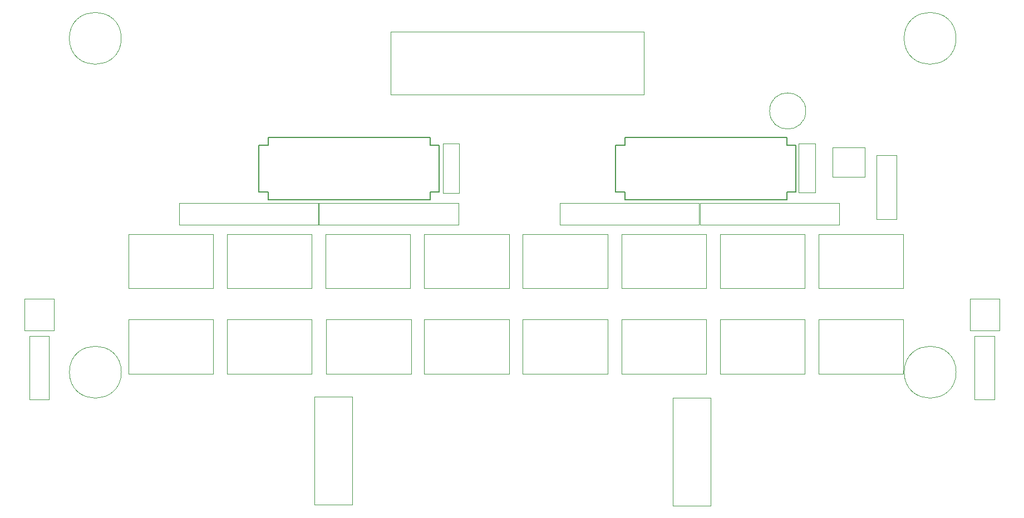
<source format=gbr>
G04 #@! TF.GenerationSoftware,KiCad,Pcbnew,(6.0.5)*
G04 #@! TF.CreationDate,2022-06-02T22:02:39-04:00*
G04 #@! TF.ProjectId,PB_16,50425f31-362e-46b6-9963-61645f706362,v1*
G04 #@! TF.SameCoordinates,Original*
G04 #@! TF.FileFunction,Other,User*
%FSLAX46Y46*%
G04 Gerber Fmt 4.6, Leading zero omitted, Abs format (unit mm)*
G04 Created by KiCad (PCBNEW (6.0.5)) date 2022-06-02 22:02:39*
%MOMM*%
%LPD*%
G01*
G04 APERTURE LIST*
%ADD10C,0.050000*%
%ADD11C,0.152400*%
G04 APERTURE END LIST*
D10*
X188132400Y-98055100D02*
X188132400Y-105555100D01*
X188132400Y-105555100D02*
X190632400Y-105555100D01*
X190632400Y-98055100D02*
X188132400Y-98055100D01*
X190632400Y-105555100D02*
X190632400Y-98055100D01*
X99050000Y-133100000D02*
X99050000Y-124850000D01*
X86150000Y-133100000D02*
X99050000Y-133100000D01*
X99050000Y-124850000D02*
X86150000Y-124850000D01*
X86150000Y-124850000D02*
X86150000Y-133100000D01*
X129050000Y-111850000D02*
X116150000Y-111850000D01*
X116150000Y-120100000D02*
X129050000Y-120100000D01*
X116150000Y-111850000D02*
X116150000Y-120100000D01*
X129050000Y-120100000D02*
X129050000Y-111850000D01*
X129164342Y-133100000D02*
X129164342Y-124850000D01*
X116264342Y-133100000D02*
X129164342Y-133100000D01*
X116264342Y-124850000D02*
X116264342Y-133100000D01*
X129164342Y-124850000D02*
X116264342Y-124850000D01*
X144050000Y-111850000D02*
X131150000Y-111850000D01*
X144050000Y-120100000D02*
X144050000Y-111850000D01*
X131150000Y-111850000D02*
X131150000Y-120100000D01*
X131150000Y-120100000D02*
X144050000Y-120100000D01*
X144050000Y-133100000D02*
X144050000Y-124850000D01*
X131150000Y-133100000D02*
X144050000Y-133100000D01*
X131150000Y-124850000D02*
X131150000Y-133100000D01*
X144050000Y-124850000D02*
X131150000Y-124850000D01*
X159050000Y-111850000D02*
X146150000Y-111850000D01*
X146150000Y-111850000D02*
X146150000Y-120100000D01*
X146150000Y-120100000D02*
X159050000Y-120100000D01*
X159050000Y-120100000D02*
X159050000Y-111850000D01*
X146150000Y-124850000D02*
X146150000Y-133100000D01*
X146150000Y-133100000D02*
X159050000Y-133100000D01*
X159050000Y-133100000D02*
X159050000Y-124850000D01*
X159050000Y-124850000D02*
X146150000Y-124850000D01*
X161150000Y-111850000D02*
X161150000Y-120100000D01*
X174050000Y-111850000D02*
X161150000Y-111850000D01*
X174050000Y-120100000D02*
X174050000Y-111850000D01*
X161150000Y-120100000D02*
X174050000Y-120100000D01*
X161150000Y-133100000D02*
X174050000Y-133100000D01*
X174050000Y-133100000D02*
X174050000Y-124850000D01*
X161150000Y-124850000D02*
X161150000Y-133100000D01*
X174050000Y-124850000D02*
X161150000Y-124850000D01*
X176150000Y-120100000D02*
X189050000Y-120100000D01*
X176150000Y-111850000D02*
X176150000Y-120100000D01*
X189050000Y-111850000D02*
X176150000Y-111850000D01*
X189050000Y-120100000D02*
X189050000Y-111850000D01*
X176150000Y-124850000D02*
X176150000Y-133100000D01*
X189050000Y-133100000D02*
X189050000Y-124850000D01*
X189050000Y-124850000D02*
X176150000Y-124850000D01*
X176150000Y-133100000D02*
X189050000Y-133100000D01*
X204050000Y-111850000D02*
X191150000Y-111850000D01*
X191150000Y-120100000D02*
X204050000Y-120100000D01*
X204050000Y-120100000D02*
X204050000Y-111850000D01*
X191150000Y-111850000D02*
X191150000Y-120100000D01*
X204050000Y-133100000D02*
X204050000Y-124850000D01*
X191150000Y-124850000D02*
X191150000Y-133100000D01*
X191150000Y-133100000D02*
X204050000Y-133100000D01*
X204050000Y-124850000D02*
X191150000Y-124850000D01*
D11*
X161660900Y-98322600D02*
X160276600Y-98322600D01*
X161660900Y-106590300D02*
X186324300Y-106590300D01*
X186324300Y-105434600D02*
X187708600Y-105434600D01*
X161660900Y-97166900D02*
X161660900Y-98322600D01*
X187708600Y-98322600D02*
X186324300Y-98322600D01*
X160276600Y-98322600D02*
X160276600Y-105434600D01*
X161660900Y-105434600D02*
X161660900Y-106590300D01*
X187708600Y-105434600D02*
X187708600Y-98322600D01*
X160276600Y-105434600D02*
X161660900Y-105434600D01*
X186324300Y-106590300D02*
X186324300Y-105434600D01*
X186324300Y-97166900D02*
X161660900Y-97166900D01*
X186324300Y-98322600D02*
X186324300Y-97166900D01*
D10*
X174697600Y-153155000D02*
X174697600Y-136755000D01*
X168997600Y-153155000D02*
X174697600Y-153155000D01*
X168997600Y-136755000D02*
X168997600Y-153155000D01*
X174697600Y-136755000D02*
X168997600Y-136755000D01*
X133992300Y-98080500D02*
X133992300Y-105580500D01*
X133992300Y-105580500D02*
X136492300Y-105580500D01*
X136492300Y-105580500D02*
X136492300Y-98080500D01*
X136492300Y-98080500D02*
X133992300Y-98080500D01*
X93861500Y-110463600D02*
X115061500Y-110463600D01*
X115061500Y-110463600D02*
X115061500Y-107163600D01*
X93861500Y-107163600D02*
X93861500Y-110463600D01*
X115061500Y-107163600D02*
X93861500Y-107163600D01*
X172986200Y-110463600D02*
X172986200Y-107163600D01*
X151786200Y-107163600D02*
X151786200Y-110463600D01*
X172986200Y-107163600D02*
X151786200Y-107163600D01*
X151786200Y-110463600D02*
X172986200Y-110463600D01*
X194312600Y-107163600D02*
X173112600Y-107163600D01*
X173112600Y-107163600D02*
X173112600Y-110463600D01*
X173112600Y-110463600D02*
X194312600Y-110463600D01*
X194312600Y-110463600D02*
X194312600Y-107163600D01*
X115152700Y-107163600D02*
X115152700Y-110463600D01*
X136352700Y-110463600D02*
X136352700Y-107163600D01*
X136352700Y-107163600D02*
X115152700Y-107163600D01*
X115152700Y-110463600D02*
X136352700Y-110463600D01*
X99050000Y-120100000D02*
X99050000Y-111850000D01*
X99050000Y-111850000D02*
X86150000Y-111850000D01*
X86150000Y-120100000D02*
X99050000Y-120100000D01*
X86150000Y-111850000D02*
X86150000Y-120100000D01*
X114050000Y-111850000D02*
X101150000Y-111850000D01*
X101150000Y-120100000D02*
X114050000Y-120100000D01*
X114050000Y-120100000D02*
X114050000Y-111850000D01*
X101150000Y-111850000D02*
X101150000Y-120100000D01*
X114050000Y-124850000D02*
X101150000Y-124850000D01*
X101150000Y-124850000D02*
X101150000Y-133100000D01*
X101150000Y-133100000D02*
X114050000Y-133100000D01*
X114050000Y-133100000D02*
X114050000Y-124850000D01*
X120182600Y-153018600D02*
X120182600Y-136618600D01*
X120182600Y-136618600D02*
X114482600Y-136618600D01*
X114482600Y-136618600D02*
X114482600Y-153018600D01*
X114482600Y-153018600D02*
X120182600Y-153018600D01*
X85063000Y-82066600D02*
G75*
G03*
X85063000Y-82066600I-3950000J0D01*
G01*
X212063000Y-82066600D02*
G75*
G03*
X212063000Y-82066600I-3950000J0D01*
G01*
D11*
X106026600Y-105434600D02*
X107410900Y-105434600D01*
X107410900Y-98322600D02*
X106026600Y-98322600D01*
X133458600Y-98322600D02*
X132074300Y-98322600D01*
X132074300Y-105434600D02*
X133458600Y-105434600D01*
X132074300Y-106590300D02*
X132074300Y-105434600D01*
X132074300Y-98322600D02*
X132074300Y-97166900D01*
X107410900Y-105434600D02*
X107410900Y-106590300D01*
X107410900Y-97166900D02*
X107410900Y-98322600D01*
X106026600Y-98322600D02*
X106026600Y-105434600D01*
X107410900Y-106590300D02*
X132074300Y-106590300D01*
X133458600Y-105434600D02*
X133458600Y-98322600D01*
X132074300Y-97166900D02*
X107410900Y-97166900D01*
D10*
X70351000Y-126531000D02*
X74851000Y-126531000D01*
X74851000Y-121681000D02*
X70351000Y-121681000D01*
X70351000Y-121681000D02*
X70351000Y-126531000D01*
X74851000Y-126531000D02*
X74851000Y-121681000D01*
X74101000Y-137062000D02*
X74101000Y-127342000D01*
X74101000Y-127342000D02*
X71101000Y-127342000D01*
X71101000Y-137062000D02*
X74101000Y-137062000D01*
X71101000Y-127342000D02*
X71101000Y-137062000D01*
X198151000Y-98667800D02*
X193301000Y-98667800D01*
X193301000Y-103167800D02*
X198151000Y-103167800D01*
X198151000Y-103167800D02*
X198151000Y-98667800D01*
X193301000Y-98667800D02*
X193301000Y-103167800D01*
X200001000Y-109567800D02*
X203001000Y-109567800D01*
X203001000Y-109567800D02*
X203001000Y-99847800D01*
X203001000Y-99847800D02*
X200001000Y-99847800D01*
X200001000Y-99847800D02*
X200001000Y-109567800D01*
X212077600Y-132866600D02*
G75*
G03*
X212077600Y-132866600I-3950000J0D01*
G01*
X217901000Y-127342000D02*
X214901000Y-127342000D01*
X217901000Y-137062000D02*
X217901000Y-127342000D01*
X214901000Y-127342000D02*
X214901000Y-137062000D01*
X214901000Y-137062000D02*
X217901000Y-137062000D01*
X214151000Y-126531000D02*
X218651000Y-126531000D01*
X218651000Y-126531000D02*
X218651000Y-121681000D01*
X214151000Y-121681000D02*
X214151000Y-126531000D01*
X218651000Y-121681000D02*
X214151000Y-121681000D01*
X126021000Y-90627800D02*
X164601000Y-90627800D01*
X126021000Y-81077800D02*
X126021000Y-90627800D01*
X164601000Y-81077800D02*
X126021000Y-81077800D01*
X164601000Y-90627800D02*
X164601000Y-81077800D01*
X85077600Y-132866600D02*
G75*
G03*
X85077600Y-132866600I-3950000J0D01*
G01*
X189201000Y-93117800D02*
G75*
G03*
X189201000Y-93117800I-2750000J0D01*
G01*
M02*

</source>
